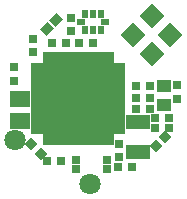
<source format=gts>
G04*
G04 #@! TF.GenerationSoftware,Altium Limited,Altium Designer,20.0.13 (296)*
G04*
G04 Layer_Color=8388736*
%FSLAX25Y25*%
%MOIN*%
G70*
G01*
G75*
%ADD28P,0.08091X4X90.0*%
%ADD29R,0.02965X0.02965*%
%ADD30R,0.02375X0.03162*%
%ADD31R,0.03162X0.02375*%
%ADD32R,0.23241X0.23241*%
%ADD33R,0.01981X0.04147*%
%ADD34R,0.04147X0.01981*%
%ADD35R,0.02965X0.02965*%
%ADD36P,0.04194X4X180.0*%
%ADD37P,0.04194X4X90.0*%
%ADD38R,0.06509X0.05328*%
G04:AMPARAMS|DCode=39|XSize=37.53mil|YSize=31.62mil|CornerRadius=0mil|HoleSize=0mil|Usage=FLASHONLY|Rotation=45.000|XOffset=0mil|YOffset=0mil|HoleType=Round|Shape=Rectangle|*
%AMROTATEDRECTD39*
4,1,4,-0.00209,-0.02445,-0.02445,-0.00209,0.00209,0.02445,0.02445,0.00209,-0.00209,-0.02445,0.0*
%
%ADD39ROTATEDRECTD39*%

%ADD40R,0.07887X0.04737*%
%ADD41R,0.04737X0.04343*%
%ADD42C,0.07099*%
D28*
X49500Y55764D02*
D03*
X43236Y49500D02*
D03*
X55764D02*
D03*
X49500Y43236D02*
D03*
D29*
X38200Y5500D02*
D03*
X42800D02*
D03*
X14700Y7500D02*
D03*
X19300D02*
D03*
X50700Y22000D02*
D03*
X55300D02*
D03*
X48800Y32500D02*
D03*
X44200D02*
D03*
X29800Y47000D02*
D03*
X25200D02*
D03*
X55300Y18500D02*
D03*
X50700D02*
D03*
X48800Y28500D02*
D03*
X44200D02*
D03*
X48800Y25000D02*
D03*
X44200D02*
D03*
X34701Y7976D02*
D03*
Y5024D02*
D03*
X24268D02*
D03*
Y7976D02*
D03*
X20800Y47000D02*
D03*
X16200D02*
D03*
D30*
X27441Y56697D02*
D03*
X30000D02*
D03*
X32559D02*
D03*
X27441Y51303D02*
D03*
X30000D02*
D03*
X32559D02*
D03*
D31*
X33937Y54000D02*
D03*
X26063D02*
D03*
D32*
X25000Y28417D02*
D03*
D33*
X35827Y14835D02*
D03*
X33858D02*
D03*
X31890D02*
D03*
X29921D02*
D03*
X27953D02*
D03*
X25984D02*
D03*
X24016D02*
D03*
X22047D02*
D03*
X20079D02*
D03*
X18110D02*
D03*
X16142D02*
D03*
X14173D02*
D03*
Y42000D02*
D03*
X16142D02*
D03*
X18110D02*
D03*
X20079D02*
D03*
X22047D02*
D03*
X24016D02*
D03*
X25984D02*
D03*
X27953D02*
D03*
X29921D02*
D03*
X31890D02*
D03*
X33858D02*
D03*
X35827D02*
D03*
D34*
X11417Y17591D02*
D03*
Y19559D02*
D03*
Y21528D02*
D03*
Y23496D02*
D03*
Y25465D02*
D03*
Y27433D02*
D03*
Y29402D02*
D03*
Y31370D02*
D03*
Y33339D02*
D03*
Y35307D02*
D03*
Y37276D02*
D03*
Y39244D02*
D03*
X38583D02*
D03*
Y37276D02*
D03*
Y35307D02*
D03*
Y33339D02*
D03*
Y31370D02*
D03*
Y29402D02*
D03*
Y27433D02*
D03*
Y25465D02*
D03*
Y23496D02*
D03*
Y21528D02*
D03*
Y19559D02*
D03*
Y17591D02*
D03*
D35*
X10000Y43700D02*
D03*
Y48300D02*
D03*
X38500Y8700D02*
D03*
Y13300D02*
D03*
X58000Y28200D02*
D03*
Y32800D02*
D03*
X3500Y38800D02*
D03*
Y34200D02*
D03*
X22500Y55300D02*
D03*
Y50700D02*
D03*
D36*
X9374Y13126D02*
D03*
X12626Y9874D02*
D03*
D37*
X54126Y15626D02*
D03*
X50874Y12374D02*
D03*
D38*
X5500Y20957D02*
D03*
Y28043D02*
D03*
D39*
X14469Y51469D02*
D03*
X17531Y54531D02*
D03*
D40*
X45000Y20421D02*
D03*
Y10579D02*
D03*
D41*
X53500Y26350D02*
D03*
Y32650D02*
D03*
D42*
X29000Y0D02*
D03*
X4000Y14500D02*
D03*
M02*

</source>
